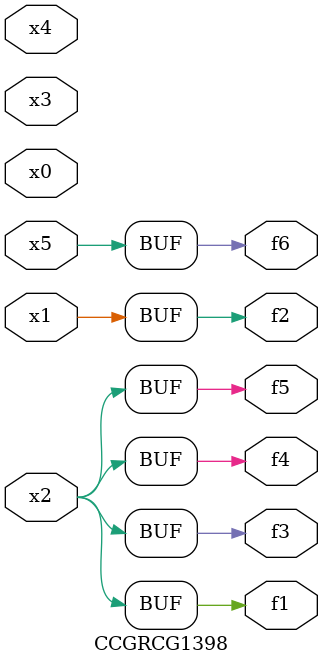
<source format=v>
module CCGRCG1398(
	input x0, x1, x2, x3, x4, x5,
	output f1, f2, f3, f4, f5, f6
);
	assign f1 = x2;
	assign f2 = x1;
	assign f3 = x2;
	assign f4 = x2;
	assign f5 = x2;
	assign f6 = x5;
endmodule

</source>
